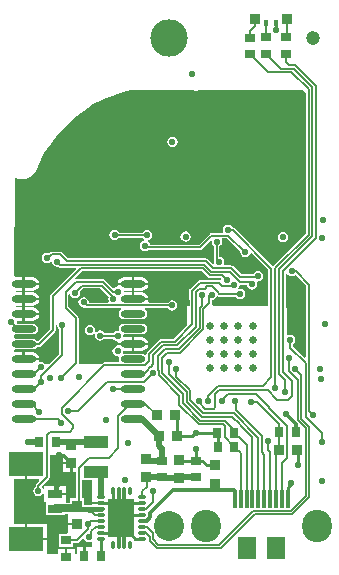
<source format=gbl>
%FSLAX25Y25*%
%MOIN*%
G70*
G01*
G75*
G04 Layer_Physical_Order=4*
G04 Layer_Color=16711680*
%ADD10O,0.02559X0.00984*%
%ADD11O,0.00984X0.02559*%
%ADD12R,0.13780X0.13780*%
%ADD13R,0.00984X0.02150*%
%ADD14R,0.02150X0.00984*%
%ADD15C,0.02953*%
%ADD16R,0.04331X0.05118*%
%ADD17R,0.03740X0.03543*%
%ADD18R,0.03543X0.03150*%
%ADD19R,0.03543X0.03740*%
%ADD20R,0.03150X0.03543*%
%ADD21O,0.02362X0.07284*%
%ADD22R,0.01378X0.03937*%
%ADD23O,0.03465X0.01102*%
%ADD24O,0.01102X0.03465*%
%ADD25R,0.20866X0.20866*%
%ADD26C,0.04700*%
%ADD27C,0.01000*%
%ADD28C,0.00600*%
%ADD29C,0.01640*%
%ADD30C,0.01200*%
%ADD31C,0.00800*%
%ADD32C,0.02000*%
%ADD33C,0.01100*%
%ADD34C,0.01500*%
%ADD35O,0.09843X0.10827*%
%ADD36C,0.12500*%
%ADD37C,0.10000*%
%ADD38C,0.02200*%
%ADD39C,0.02598*%
%ADD40C,0.05000*%
%ADD41C,0.09200*%
%ADD42C,0.06000*%
%ADD43C,0.14900*%
%ADD44C,0.12400*%
%ADD45C,0.03200*%
%ADD46C,0.04600*%
%ADD47R,0.03490X0.23475*%
%ADD48R,0.02800X0.02500*%
%ADD49R,0.02700X0.04700*%
%ADD50R,0.04600X0.05300*%
%ADD51R,0.05500X0.02400*%
%ADD52R,0.02400X0.05200*%
%ADD53R,0.05400X0.02500*%
%ADD54R,0.14173X0.14173*%
%ADD55C,0.09487*%
%ADD56C,0.03699*%
%ADD57C,0.05200*%
%ADD58R,0.05906X0.07480*%
%ADD59R,0.01181X0.06299*%
%ADD60O,0.01181X0.03150*%
%ADD61O,0.01181X0.04724*%
%ADD62O,0.03150X0.01181*%
%ADD63R,0.08661X0.12598*%
%ADD64O,0.08268X0.02362*%
%ADD65R,0.05118X0.03150*%
%ADD66R,0.11811X0.08268*%
%ADD67R,0.08268X0.03937*%
%ADD68R,0.03347X0.03543*%
%ADD69R,0.01772X0.01969*%
%ADD70C,0.02500*%
G36*
X19128Y33749D02*
X21900D01*
Y33349D01*
X22300D01*
Y30479D01*
X23654D01*
Y21621D01*
X21428D01*
Y20137D01*
X20105D01*
Y20137D01*
Y20386D01*
X20105Y20491D01*
X20105Y20491D01*
X20105D01*
Y22561D01*
X16546D01*
Y22961D01*
X16146D01*
Y25535D01*
X12987D01*
Y24908D01*
X12508Y24763D01*
X12199Y25226D01*
X12157Y25647D01*
X14468Y27958D01*
X14592Y28144D01*
X14667Y28256D01*
Y28256D01*
X14667Y28256D01*
X14695Y28397D01*
X14736Y28607D01*
Y36000D01*
X19128D01*
Y33749D01*
D02*
G37*
G36*
X78289Y103813D02*
X78267Y103700D01*
X78399Y103037D01*
X78774Y102474D01*
X79337Y102099D01*
X80000Y101967D01*
X80663Y102099D01*
X81226Y102474D01*
X81601Y103037D01*
X81625Y103154D01*
X82103Y103299D01*
X87682Y97720D01*
Y85763D01*
X69499D01*
X68848Y86198D01*
X68918Y86549D01*
X68918Y86549D01*
X68918Y86549D01*
Y86549D01*
Y87690D01*
X69463Y87799D01*
X70026Y88174D01*
X70401Y88737D01*
X70401Y88737D01*
Y88737D01*
X70651Y89051D01*
Y89051D01*
X70651Y89051D01*
X70949Y88852D01*
X71300Y88782D01*
X74287D01*
X74287Y88782D01*
X76869D01*
X77074Y88474D01*
X77637Y88099D01*
X78300Y87967D01*
X78963Y88099D01*
X79526Y88474D01*
X79901Y89037D01*
X80033Y89700D01*
X79901Y90363D01*
X79526Y90926D01*
X78963Y91301D01*
X78300Y91433D01*
X77939Y91361D01*
X77661Y91777D01*
X77901Y92137D01*
X77966Y92462D01*
X78300Y92685D01*
X80509D01*
X80599Y92237D01*
X80974Y91674D01*
X81537Y91299D01*
X82200Y91167D01*
X82863Y91299D01*
X83426Y91674D01*
X83801Y92237D01*
X83933Y92900D01*
X83810Y93520D01*
X84163Y93874D01*
X84200Y93867D01*
X84863Y93999D01*
X85426Y94374D01*
X85801Y94937D01*
X85933Y95600D01*
X85801Y96263D01*
X85426Y96826D01*
X84863Y97201D01*
X84200Y97333D01*
X83537Y97201D01*
X82974Y96826D01*
X82599Y96263D01*
X82590Y96218D01*
X78706D01*
X75974Y98949D01*
X75677Y99148D01*
X75326Y99218D01*
X73125D01*
X72901Y99637D01*
X73033Y100300D01*
X72901Y100963D01*
X72526Y101526D01*
X71963Y101901D01*
X71318Y102030D01*
Y105602D01*
X71726Y105874D01*
X72101Y106437D01*
X72233Y107100D01*
X72101Y107763D01*
X72325Y108182D01*
X73920D01*
X78289Y103813D01*
D02*
G37*
G36*
X94174Y96074D02*
X94737Y95699D01*
X95400Y95567D01*
X96063Y95699D01*
X96626Y96074D01*
X96719Y96083D01*
X100132Y92670D01*
Y68519D01*
X99670Y68328D01*
X95818Y72180D01*
Y72869D01*
X96126Y73074D01*
X96501Y73637D01*
X96633Y74300D01*
X96501Y74963D01*
X96126Y75526D01*
X95563Y75901D01*
X94900Y76033D01*
X94357Y75925D01*
X93971Y76243D01*
Y84773D01*
X93418Y85284D01*
Y96346D01*
X93896Y96491D01*
X94174Y96074D01*
D02*
G37*
G36*
X17299Y78837D02*
X17674Y78274D01*
X17982Y78069D01*
Y69680D01*
X14685Y66382D01*
X13188D01*
X13026Y66626D01*
X12463Y67001D01*
X11800Y67133D01*
X11508Y67075D01*
X11154Y67429D01*
X11188Y67600D01*
X6091D01*
Y68000D01*
X5691D01*
Y70224D01*
X3358D01*
X3004Y70578D01*
X3005Y71074D01*
X3139Y71184D01*
X9044D01*
X9739Y71322D01*
X10328Y71716D01*
X10573Y72082D01*
X11100D01*
X11451Y72152D01*
X11749Y72351D01*
X16436Y77038D01*
X16635Y77336D01*
X16705Y77687D01*
X16705Y77687D01*
X16705Y77687D01*
Y77687D01*
Y79271D01*
X17202Y79320D01*
X17299Y78837D01*
D02*
G37*
G36*
X67454Y95251D02*
X67454D01*
X67454Y95251D01*
X67454D01*
X67454Y95251D01*
Y95251D01*
X67454Y95251D01*
Y95251D01*
X67752Y95052D01*
X68103Y94982D01*
X71789D01*
X71946Y94790D01*
X71815Y94308D01*
X71651Y94248D01*
X71300Y94318D01*
X64775D01*
X64423Y94248D01*
X64126Y94049D01*
X61551Y91474D01*
X61352Y91177D01*
X61282Y90825D01*
Y88174D01*
X61352Y87823D01*
X61382Y87778D01*
Y85763D01*
X60663D01*
Y79261D01*
X56120Y74718D01*
X52003D01*
X51652Y74648D01*
X51354Y74449D01*
X47333Y70428D01*
X47135Y70131D01*
X47065Y69779D01*
Y69601D01*
X46624Y69365D01*
X46156Y69678D01*
X45461Y69816D01*
X39556D01*
X39395Y69784D01*
X39041Y70138D01*
X39133Y70600D01*
X39350Y70817D01*
X39556Y70776D01*
X42109D01*
Y72600D01*
X37331D01*
X37115Y72277D01*
X36737Y72201D01*
X36174Y71826D01*
X35799Y71263D01*
X35667Y70600D01*
X35799Y69937D01*
X36174Y69374D01*
X36737Y68999D01*
X37400Y68867D01*
X37492Y68885D01*
X37846Y68531D01*
X37740Y68000D01*
X37878Y67305D01*
X37896Y67277D01*
X37661Y66837D01*
X33019D01*
X32726Y66778D01*
X32668Y66767D01*
X32370Y66568D01*
X32185Y66382D01*
X24678D01*
X24418Y66700D01*
X24418D01*
X24418Y66700D01*
Y66700D01*
Y81616D01*
X24348Y81967D01*
X24149Y82265D01*
X21018Y85396D01*
Y89460D01*
X21419Y89758D01*
X21542Y89721D01*
X21599Y89437D01*
X21974Y88874D01*
X22537Y88499D01*
X23200Y88367D01*
X23863Y88499D01*
X24426Y88874D01*
X24801Y89437D01*
X24933Y90100D01*
X24861Y90463D01*
X25980Y91582D01*
X31695D01*
X34525Y88752D01*
X34399Y88563D01*
X34267Y87900D01*
X34399Y87237D01*
X34175Y86818D01*
X27901D01*
X27833Y86900D01*
X27701Y87563D01*
X27326Y88126D01*
X26763Y88501D01*
X26100Y88633D01*
X25437Y88501D01*
X24874Y88126D01*
X24499Y87563D01*
X24367Y86900D01*
X24499Y86237D01*
X24874Y85674D01*
X25437Y85299D01*
X26100Y85167D01*
X26468Y85240D01*
X26749Y85052D01*
X26807Y85041D01*
X27100Y84982D01*
X38456D01*
X38601Y84504D01*
X38272Y84284D01*
X37878Y83695D01*
X37740Y83000D01*
X37878Y82305D01*
X38272Y81716D01*
X38861Y81322D01*
X39556Y81184D01*
X45461D01*
X46156Y81322D01*
X46745Y81716D01*
X47139Y82305D01*
X47277Y83000D01*
X47139Y83695D01*
X46745Y84284D01*
X46417Y84504D01*
X46562Y84982D01*
X54169D01*
X54374Y84674D01*
X54937Y84299D01*
X55600Y84167D01*
X56263Y84299D01*
X56826Y84674D01*
X57201Y85237D01*
X57333Y85900D01*
X57201Y86563D01*
X56826Y87126D01*
X56263Y87501D01*
X55600Y87633D01*
X54937Y87501D01*
X54374Y87126D01*
X54169Y86818D01*
X47844D01*
X47527Y87204D01*
X47606Y87600D01*
X42509D01*
Y88000D01*
X42109D01*
Y90224D01*
X39556D01*
X39528Y90218D01*
X39383Y90490D01*
Y90510D01*
X39528Y90782D01*
X39556Y90776D01*
X42109D01*
Y92600D01*
X37412D01*
X37412Y92596D01*
X37135Y92181D01*
X36737Y92101D01*
X36174Y91726D01*
X35873Y91696D01*
X33221Y94349D01*
X32923Y94548D01*
X32572Y94618D01*
X23600D01*
X23465Y94591D01*
X23230Y95032D01*
X25480Y97282D01*
X65423D01*
X67454Y95251D01*
D02*
G37*
G36*
X100132Y156704D02*
Y109824D01*
X89351Y99043D01*
X88990Y99007D01*
X76449Y111549D01*
X76151Y111748D01*
X75800Y111818D01*
X75765D01*
X75426Y112326D01*
X74863Y112701D01*
X74200Y112833D01*
X73537Y112701D01*
X72974Y112326D01*
X72599Y111763D01*
X72467Y111100D01*
X72599Y110437D01*
X72375Y110018D01*
X68700D01*
X68407Y109959D01*
X68349Y109948D01*
X68051Y109749D01*
X64420Y106118D01*
X48150D01*
X48101Y106363D01*
X47726Y106926D01*
X47458Y107105D01*
X47555Y107595D01*
X47811Y107646D01*
X48373Y108022D01*
X48749Y108584D01*
X48880Y109247D01*
X48749Y109911D01*
X48373Y110473D01*
X47811Y110848D01*
X47147Y110980D01*
X46484Y110848D01*
X45922Y110473D01*
X45716Y110165D01*
X37933D01*
X37626Y110626D01*
X37063Y111001D01*
X36400Y111133D01*
X35737Y111001D01*
X35174Y110626D01*
X34799Y110063D01*
X34667Y109400D01*
X34799Y108737D01*
X35174Y108174D01*
X35737Y107799D01*
X36400Y107667D01*
X37063Y107799D01*
X37626Y108174D01*
X37729Y108329D01*
X45716D01*
X45922Y108022D01*
X46189Y107843D01*
X46092Y107352D01*
X45837Y107301D01*
X45274Y106926D01*
X44899Y106363D01*
X44767Y105700D01*
X44899Y105037D01*
X45274Y104474D01*
X45837Y104099D01*
X46500Y103967D01*
X47163Y104099D01*
X47438Y104282D01*
X64800D01*
X65151Y104352D01*
X65449Y104551D01*
X65449Y104551D01*
X65449Y104551D01*
X68349Y107451D01*
X68790Y107215D01*
X68767Y107100D01*
X68899Y106437D01*
X69274Y105874D01*
X69482Y105735D01*
Y100700D01*
X69552Y100349D01*
X69571Y100321D01*
X69567Y100300D01*
X69639Y99935D01*
X69198Y99699D01*
X67649Y101249D01*
X67351Y101448D01*
X67000Y101518D01*
X20880D01*
X18849Y103549D01*
X18551Y103748D01*
X18200Y103818D01*
X15400D01*
X15049Y103748D01*
X14751Y103549D01*
X14514Y103311D01*
X13900Y103433D01*
X13237Y103301D01*
X12674Y102926D01*
X12299Y102363D01*
X12167Y101700D01*
X12299Y101037D01*
X12674Y100474D01*
X13237Y100099D01*
X13900Y99967D01*
X14563Y100099D01*
X15057Y100428D01*
X15418Y100279D01*
X15525Y100208D01*
X15599Y99837D01*
X15974Y99274D01*
X16537Y98899D01*
X17200Y98767D01*
X17563Y98839D01*
X17651Y98751D01*
X17949Y98552D01*
X18300Y98482D01*
X23431D01*
X23623Y98020D01*
X15138Y89536D01*
X14940Y89238D01*
X14870Y88887D01*
Y78067D01*
X10911Y74108D01*
X10413Y74157D01*
X10328Y74284D01*
X9739Y74678D01*
X9044Y74816D01*
X3363D01*
X3009Y75170D01*
X3010Y76079D01*
X3139Y76184D01*
X9044D01*
X9739Y76322D01*
X10328Y76716D01*
X10722Y77305D01*
X10860Y78000D01*
X10722Y78695D01*
X10328Y79284D01*
X9739Y79678D01*
X9044Y79816D01*
X4031D01*
X3714Y80203D01*
X3733Y80300D01*
X3715Y80390D01*
X4033Y80776D01*
X5691D01*
Y83000D01*
Y85224D01*
X3374D01*
X3283Y85314D01*
X3475Y85776D01*
X5691D01*
Y88000D01*
Y90224D01*
X3379D01*
X3289Y90314D01*
X3480Y90776D01*
X5691D01*
Y93000D01*
Y95224D01*
X3384D01*
X3031Y95578D01*
X3065Y128200D01*
X3481Y128478D01*
X4240Y128164D01*
X5598Y127985D01*
X6955Y128164D01*
X8220Y128688D01*
X9306Y129521D01*
X10140Y130607D01*
X10404Y131244D01*
X10450Y131225D01*
X11210Y133061D01*
X13007Y136512D01*
X15097Y139794D01*
X17466Y142880D01*
X20095Y145749D01*
X22964Y148378D01*
X26050Y150747D01*
X29332Y152837D01*
X32783Y154634D01*
X36378Y156123D01*
X40089Y157293D01*
X41845Y157682D01*
X61421D01*
X62141Y157523D01*
X62143Y157534D01*
X63377Y157371D01*
X64734Y157550D01*
X65053Y157682D01*
X99073D01*
X100132Y156704D01*
D02*
G37*
G36*
X7300Y27866D02*
X11127D01*
X11319Y27404D01*
X10324Y26410D01*
X10200Y26224D01*
X10125Y26112D01*
Y26112D01*
X10125Y26112D01*
X10097Y25971D01*
X10056Y25761D01*
Y25431D01*
X9748Y25226D01*
X9372Y24663D01*
X9240Y24000D01*
X9372Y23337D01*
X9748Y22774D01*
X10310Y22399D01*
X10973Y22267D01*
X11637Y22399D01*
X12199Y22774D01*
X12508Y23237D01*
X12987Y23092D01*
Y20386D01*
X13215D01*
X13387Y20214D01*
X13387Y20032D01*
X13387Y20032D01*
X13387D01*
Y15865D01*
X19705D01*
Y16365D01*
X21028D01*
Y15919D01*
X21028D01*
Y13449D01*
X23800D01*
Y12649D01*
X21028D01*
Y10179D01*
D01*
Y10179D01*
X20680Y9831D01*
X17928D01*
Y5481D01*
X22672D01*
Y6738D01*
X23856D01*
X24207Y6808D01*
X24505Y7007D01*
X25713Y8216D01*
X26192Y8071D01*
X26199Y8037D01*
X26574Y7474D01*
X27137Y7099D01*
X27800Y6967D01*
X28463Y7099D01*
X28559Y7163D01*
X29000Y6927D01*
Y5272D01*
X28919D01*
Y5272D01*
X26744D01*
Y2500D01*
X25944D01*
Y5272D01*
X23769D01*
Y3000D01*
X23072D01*
Y4719D01*
X20700D01*
Y2144D01*
X19900D01*
Y4719D01*
X17528D01*
Y3000D01*
X13805D01*
Y7600D01*
X6900D01*
Y8000D01*
X6500D01*
Y13134D01*
X2994D01*
Y27866D01*
X6500D01*
Y33000D01*
X7300D01*
Y27866D01*
D02*
G37*
G36*
X29000Y20323D02*
X31802D01*
Y19523D01*
X29000D01*
Y19331D01*
X26172D01*
Y21621D01*
X25489D01*
Y27613D01*
X25566D01*
Y27613D01*
X29000D01*
Y20323D01*
D02*
G37*
%LPC*%
G36*
X45461Y79816D02*
X39556D01*
X38861Y79678D01*
X38272Y79284D01*
X37878Y78695D01*
X37740Y78000D01*
X37783Y77781D01*
X37430Y77427D01*
X37400Y77433D01*
X36737Y77301D01*
X36174Y76926D01*
X35969Y76618D01*
X33098D01*
X32826Y77026D01*
X32263Y77401D01*
X31600Y77533D01*
X30937Y77401D01*
X30374Y77026D01*
X30296Y76908D01*
X29834Y77099D01*
X29933Y77600D01*
X29801Y78263D01*
X29426Y78826D01*
X28863Y79201D01*
X28200Y79333D01*
X27537Y79201D01*
X26974Y78826D01*
X26599Y78263D01*
X26467Y77600D01*
X26599Y76937D01*
X26974Y76374D01*
X27537Y75999D01*
X28200Y75867D01*
X28863Y75999D01*
X29426Y76374D01*
X29504Y76492D01*
X29966Y76301D01*
X29867Y75800D01*
X29999Y75137D01*
X30374Y74574D01*
X30937Y74199D01*
X31600Y74067D01*
X32263Y74199D01*
X32826Y74574D01*
X32965Y74782D01*
X35969D01*
X36174Y74474D01*
X36737Y74099D01*
X37173Y74012D01*
X37451Y73596D01*
X37412Y73400D01*
X42109D01*
Y75224D01*
X39556D01*
X39459Y75204D01*
X39105Y75558D01*
X39133Y75700D01*
X39103Y75850D01*
X39457Y76204D01*
X39556Y76184D01*
X45461D01*
X46156Y76322D01*
X46745Y76716D01*
X47139Y77305D01*
X47277Y78000D01*
X47139Y78695D01*
X46745Y79284D01*
X46156Y79678D01*
X45461Y79816D01*
D02*
G37*
G36*
Y75224D02*
X42909D01*
Y73400D01*
X47606D01*
X47516Y73851D01*
X47034Y74572D01*
X46312Y75055D01*
X45461Y75224D01*
D02*
G37*
G36*
X47606Y72600D02*
X42909D01*
Y70776D01*
X45461D01*
X46312Y70945D01*
X47034Y71428D01*
X47516Y72149D01*
X47606Y72600D01*
D02*
G37*
G36*
X9044Y70224D02*
X6491D01*
Y68400D01*
X11188D01*
X11099Y68851D01*
X10617Y69573D01*
X9895Y70055D01*
X9044Y70224D01*
D02*
G37*
G36*
X13805Y13134D02*
X7300D01*
Y8400D01*
X13805D01*
Y13134D01*
D02*
G37*
G36*
X20105Y25535D02*
X16946D01*
Y23361D01*
X20105D01*
Y25535D01*
D02*
G37*
G36*
X21500Y32949D02*
X19128D01*
Y30479D01*
X21500D01*
Y32949D01*
D02*
G37*
G36*
X11188Y82600D02*
X6491D01*
Y80776D01*
X9044D01*
X9895Y80945D01*
X10617Y81428D01*
X11099Y82149D01*
X11188Y82600D01*
D02*
G37*
G36*
X45461Y95224D02*
X42909D01*
Y93400D01*
X47606D01*
X47516Y93851D01*
X47034Y94573D01*
X46312Y95055D01*
X45461Y95224D01*
D02*
G37*
G36*
X42109D02*
X39556D01*
X38705Y95055D01*
X37983Y94573D01*
X37501Y93851D01*
X37412Y93400D01*
X42109D01*
Y95224D01*
D02*
G37*
G36*
X9044D02*
X6491D01*
Y93400D01*
X11188D01*
X11099Y93851D01*
X10617Y94573D01*
X9895Y95055D01*
X9044Y95224D01*
D02*
G37*
G36*
X55700Y142133D02*
X55037Y142001D01*
X54474Y141626D01*
X54099Y141063D01*
X53967Y140400D01*
X54099Y139737D01*
X54474Y139174D01*
X55037Y138799D01*
X55700Y138667D01*
X56363Y138799D01*
X56926Y139174D01*
X57301Y139737D01*
X57433Y140400D01*
X57301Y141063D01*
X56926Y141626D01*
X56363Y142001D01*
X55700Y142133D01*
D02*
G37*
G36*
X60100Y110533D02*
X59437Y110401D01*
X58874Y110026D01*
X58499Y109463D01*
X58367Y108800D01*
X58499Y108137D01*
X58874Y107574D01*
X59437Y107199D01*
X60100Y107067D01*
X60763Y107199D01*
X61326Y107574D01*
X61701Y108137D01*
X61833Y108800D01*
X61701Y109463D01*
X61326Y110026D01*
X60763Y110401D01*
X60100Y110533D01*
D02*
G37*
G36*
X92500Y110333D02*
X91837Y110201D01*
X91274Y109826D01*
X90899Y109263D01*
X90767Y108600D01*
X90899Y107937D01*
X91274Y107374D01*
X91837Y106999D01*
X92500Y106867D01*
X93163Y106999D01*
X93726Y107374D01*
X94101Y107937D01*
X94233Y108600D01*
X94101Y109263D01*
X93726Y109826D01*
X93163Y110201D01*
X92500Y110333D01*
D02*
G37*
G36*
X9044Y90224D02*
X6491D01*
Y88400D01*
X11188D01*
X11099Y88851D01*
X10617Y89573D01*
X9895Y90055D01*
X9044Y90224D01*
D02*
G37*
G36*
X11188Y87600D02*
X6491D01*
Y85776D01*
X9044D01*
X9895Y85945D01*
X10617Y86427D01*
X11099Y87149D01*
X11188Y87600D01*
D02*
G37*
G36*
X9044Y85224D02*
X6491D01*
Y83400D01*
X11188D01*
X11099Y83851D01*
X10617Y84572D01*
X9895Y85054D01*
X9044Y85224D01*
D02*
G37*
G36*
X47606Y92600D02*
X42909D01*
Y90776D01*
X45461D01*
X46312Y90945D01*
X47034Y91427D01*
X47516Y92149D01*
X47606Y92600D01*
D02*
G37*
G36*
X11188D02*
X6491D01*
Y90776D01*
X9044D01*
X9895Y90945D01*
X10617Y91427D01*
X11099Y92149D01*
X11188Y92600D01*
D02*
G37*
G36*
X45461Y90224D02*
X42909D01*
Y88400D01*
X47606D01*
X47516Y88851D01*
X47034Y89573D01*
X46312Y90055D01*
X45461Y90224D01*
D02*
G37*
%LPD*%
D17*
X51149Y42500D02*
D03*
X57251D02*
D03*
X56551Y49200D02*
D03*
X50449D02*
D03*
X97351Y37800D02*
D03*
X91249D02*
D03*
D18*
X63400Y34056D02*
D03*
Y28544D02*
D03*
X20300Y7656D02*
D03*
Y2144D02*
D03*
X86800Y169744D02*
D03*
Y175256D02*
D03*
X52200Y28644D02*
D03*
Y34156D02*
D03*
X81600Y169644D02*
D03*
Y175156D02*
D03*
X93600Y169744D02*
D03*
Y175256D02*
D03*
D19*
X70000Y26449D02*
D03*
Y32551D02*
D03*
X57800Y28349D02*
D03*
Y34451D02*
D03*
X47000Y34651D02*
D03*
Y28549D02*
D03*
X23800Y19151D02*
D03*
Y13049D02*
D03*
X21900Y33349D02*
D03*
Y39451D02*
D03*
D20*
X70644Y43500D02*
D03*
X76156D02*
D03*
X70744Y38700D02*
D03*
X76256D02*
D03*
X16856Y40300D02*
D03*
X11344D02*
D03*
X96756Y43700D02*
D03*
X91244D02*
D03*
X31856Y2500D02*
D03*
X26344D02*
D03*
D26*
X102500Y175000D02*
D03*
D27*
X17800Y36100D02*
X19149D01*
X21900Y33349D01*
X57251Y42500D02*
Y48500D01*
X31802Y10080D02*
X36133D01*
X67100Y32600D02*
X69951D01*
X65644Y34056D02*
X67100Y32600D01*
X90173Y180008D02*
X90200Y177700D01*
X17300Y25814D02*
X21900Y30414D01*
X17300Y23715D02*
Y25814D01*
X16546Y22961D02*
X17300Y23715D01*
X62300Y42500D02*
X63300Y43500D01*
X57251Y42500D02*
X62300D01*
X63300Y43500D02*
X70644D01*
X21900Y30414D02*
Y33349D01*
X95200Y26400D02*
Y26800D01*
X94158Y25358D02*
X95200Y26400D01*
X94158Y21450D02*
Y25358D01*
X97351Y37800D02*
X97400Y37751D01*
Y32600D02*
Y37751D01*
X70744Y38700D02*
Y43400D01*
X63400Y34056D02*
X65644D01*
X57800Y34451D02*
X58195Y34056D01*
X63400D01*
X63400Y34056D02*
Y38100D01*
X31856Y2500D02*
Y8058D01*
X41123Y10277D02*
X43288Y8112D01*
X45582D01*
X41251Y19923D02*
X45582D01*
X31802D02*
X36133D01*
X35739Y20317D02*
Y23860D01*
X14961Y22961D02*
X16546D01*
X63300Y43500D02*
X63400Y43400D01*
X39676Y15986D02*
X45582D01*
D28*
X32075Y92500D02*
X36675Y87900D01*
X36000D02*
X36675D01*
X71000Y100300D02*
X71300D01*
X70500Y100800D02*
X71000Y100300D01*
X68700Y109100D02*
X74300D01*
X64800Y105200D02*
X68700Y109100D01*
X74300D02*
X79850Y103550D01*
X47000Y105200D02*
X64800D01*
X75326Y98300D02*
X78325Y95300D01*
X69300Y98300D02*
X75326D01*
X67000Y100600D02*
X69300Y98300D01*
X65803Y98200D02*
X68103Y95900D01*
X72300D02*
X73800Y94400D01*
X68103Y95900D02*
X72300D01*
X74828Y97100D02*
X78300Y93628D01*
X68600Y97100D02*
X74828D01*
X66300Y99400D02*
X68600Y97100D01*
X20500Y100600D02*
X67000D01*
X25100Y98200D02*
X65803D01*
X18300Y99400D02*
X66300D01*
X81497Y93603D02*
X82200Y92900D01*
X78300Y93603D02*
X81497D01*
X78325Y95300D02*
X84200D01*
Y95600D01*
X72300Y92400D02*
X76187D01*
X71300Y93400D02*
X72300Y92400D01*
X78300Y93603D02*
Y93628D01*
X74287Y89700D02*
X78300D01*
X100100Y48652D02*
Y66600D01*
X94900Y71800D02*
X100100Y66600D01*
X94900Y71800D02*
Y74300D01*
X92500Y63600D02*
X95500Y60600D01*
Y55513D02*
Y60600D01*
X94287Y54300D02*
X95500Y55513D01*
X27800Y8700D02*
X28500D01*
X28600Y8600D01*
X27500Y13200D02*
X28317Y14017D01*
X27500Y11300D02*
Y13200D01*
X23856Y7656D02*
X27500Y11300D01*
X28317Y14017D02*
X31802D01*
X21700Y7656D02*
X23856D01*
X28600Y10613D02*
X30036Y12049D01*
X28600Y8600D02*
Y10613D01*
X2000Y80300D02*
X4300Y78000D01*
X6091D01*
X33019Y65919D02*
X46519D01*
X18800Y51700D02*
X33019Y65919D01*
X18800Y49700D02*
Y51700D01*
X22600Y44913D02*
Y45900D01*
X18800Y49700D02*
X22600Y45900D01*
X52300Y68500D02*
X53900Y70100D01*
X52300Y63263D02*
Y68500D01*
Y63263D02*
X59200Y56363D01*
X48413Y65294D02*
X49300Y66181D01*
X48272Y65294D02*
X48413D01*
X47100Y64123D02*
X48272Y65294D01*
X47100Y63981D02*
Y64123D01*
X46119Y63000D02*
X47100Y63981D01*
X50800Y64423D02*
Y69100D01*
Y64423D02*
X51100Y64123D01*
Y62600D02*
Y64123D01*
Y62600D02*
X58000Y55700D01*
X50800Y69100D02*
X53100Y71400D01*
X49300Y69400D02*
X52500Y72600D01*
X49300Y66181D02*
Y69400D01*
X47982Y69779D02*
X52003Y73800D01*
X47982Y67382D02*
Y69779D01*
X46519Y65919D02*
X47982Y67382D01*
X58194Y70100D02*
X66014Y77920D01*
X53900Y70100D02*
X58194D01*
X52500Y72600D02*
X57300D01*
X52003Y73800D02*
X56500D01*
X62300Y79600D01*
X57300Y72600D02*
X63500Y78800D01*
X57797Y71400D02*
X64814Y78417D01*
X53100Y71400D02*
X57797D01*
X70000Y56300D02*
X71300Y57600D01*
X70000Y52100D02*
Y56300D01*
X69400Y51500D02*
X70000Y52100D01*
X67600Y55800D02*
X70900Y59100D01*
X67600Y54100D02*
Y55800D01*
X64500Y53600D02*
Y54100D01*
X66600Y51500D02*
X69400D01*
X64500Y53600D02*
X66600Y51500D01*
X61600Y54172D02*
X65872Y49900D01*
X60400Y53675D02*
X65374Y48700D01*
X59200Y53177D02*
X65006Y47372D01*
X58000Y52680D02*
X64509Y46172D01*
X72592D01*
X58000Y52680D02*
Y55700D01*
X65006Y47372D02*
X73089D01*
X59200Y53177D02*
Y56363D01*
X65374Y48700D02*
X75575D01*
X60400Y53675D02*
Y56900D01*
X65872Y49900D02*
X76072D01*
X61600Y54172D02*
Y57514D01*
X57000Y62114D02*
X61600Y57514D01*
X83400Y56200D02*
X87763Y51837D01*
X74100Y56200D02*
X83400D01*
X72300Y54400D02*
X74100Y56200D01*
X87400Y57600D02*
X90700Y54300D01*
X71300Y57600D02*
X87400D01*
X85800Y59100D02*
X88600Y61900D01*
X70900Y59100D02*
X85800D01*
X54400Y62900D02*
X60400Y56900D01*
X73119Y41837D02*
X76256Y38700D01*
X73119Y41837D02*
Y45644D01*
X72592Y46172D02*
X73119Y45644D01*
X46649Y53000D02*
X50449Y49200D01*
X88253Y21450D02*
Y36947D01*
X87600Y37600D02*
X88253Y36947D01*
X87600Y37600D02*
Y40800D01*
X86284Y21450D02*
Y36116D01*
X85516Y36884D02*
X86284Y36116D01*
X85516Y36884D02*
Y42384D01*
X68000Y89500D02*
X68800D01*
X68000Y86549D02*
Y89500D01*
X64775Y93400D02*
X71300D01*
X68800Y89400D02*
Y89500D01*
X68828Y92200D02*
X70800Y90228D01*
X67213Y92200D02*
X68828D01*
X62200Y90825D02*
X64775Y93400D01*
X62200Y88174D02*
Y90825D01*
Y88174D02*
X62300Y88074D01*
Y79600D02*
Y88074D01*
X66328Y91400D02*
X66413D01*
X66228Y91500D02*
X66328Y91400D01*
X64572Y91500D02*
X66228D01*
X63400Y90328D02*
X64572Y91500D01*
X63400Y88672D02*
Y90328D01*
Y88672D02*
X63500Y88572D01*
Y78800D02*
Y88572D01*
X70800Y90200D02*
X71300Y89700D01*
X70800Y90200D02*
Y90228D01*
X66413Y91400D02*
X67213Y92200D01*
X74200Y111100D02*
X74400Y110900D01*
X30036Y12049D02*
X31802D01*
X49257Y7840D02*
Y9943D01*
X47151Y12049D02*
X49257Y9943D01*
X87763Y51800D02*
Y51837D01*
X81600Y175156D02*
Y177300D01*
X83284Y178983D01*
Y181386D01*
X86800Y175256D02*
X86827Y175283D01*
Y180008D01*
X93600Y175256D02*
X93717Y175373D01*
Y181386D01*
X90700Y54300D02*
X94287D01*
X87763Y51800D02*
X94019Y45544D01*
X90000Y58300D02*
Y98394D01*
X91300Y63103D02*
Y97997D01*
Y63103D02*
X93300Y61103D01*
Y56900D02*
Y61103D01*
X92500Y63600D02*
Y97500D01*
X94500Y63900D02*
Y68300D01*
X57000Y62114D02*
Y64800D01*
X54400Y62900D02*
Y67000D01*
X13819Y28607D02*
Y42681D01*
X21000Y50600D02*
X24100D01*
X76800Y51100D02*
X85516Y42384D01*
X95619Y16201D02*
X101321Y21903D01*
X100100Y39966D02*
X100121Y39944D01*
X95122Y17401D02*
X100121Y22400D01*
X80379Y21450D02*
Y39196D01*
X78731Y40844D02*
X80379Y39196D01*
X75575Y48700D02*
X78103Y46172D01*
X76072Y49900D02*
X84316Y41657D01*
X82347Y21450D02*
Y41928D01*
X78631Y45644D02*
X82347Y41928D01*
X84316Y21450D02*
Y41657D01*
X82000Y53700D02*
X84000D01*
X91244Y46456D01*
X35772Y90500D02*
X37400D01*
X32572Y93700D02*
X35772Y90500D01*
X18900Y69300D02*
Y79500D01*
X27100Y85900D02*
X55600D01*
X46500Y105700D02*
X47000Y105200D01*
X74400Y110900D02*
X75800D01*
X31600Y75800D02*
X31700Y75700D01*
X37400D01*
X76800Y51100D02*
Y53900D01*
X72300Y54000D02*
Y54400D01*
X28273Y17527D02*
X29814Y15986D01*
X31802D01*
X22000Y18251D02*
X22297Y17954D01*
X10973Y25761D02*
X13819Y28607D01*
X10973Y24000D02*
Y25761D01*
X78300Y89700D02*
X78400Y89800D01*
X70400Y100700D02*
Y107000D01*
X70500Y107100D01*
X73089Y47372D02*
X76156Y44305D01*
X100100Y48652D02*
X102721Y46031D01*
X36447Y109247D02*
X47147D01*
X94019Y35128D02*
Y45544D01*
X100121Y22400D02*
Y39944D01*
X92190Y33299D02*
X94019Y35128D01*
X90221Y21450D02*
Y36772D01*
X78103Y46172D02*
X78631Y45644D01*
X76156Y43500D02*
Y44305D01*
Y43419D02*
Y43500D01*
Y43419D02*
X78731Y40844D01*
X36000Y58000D02*
X42509D01*
X91244Y43700D02*
Y46456D01*
X92190Y21450D02*
Y33299D01*
X91244Y37805D02*
Y43700D01*
X42509Y53000D02*
X46649D01*
X41613D02*
X42509D01*
X37475Y48862D02*
X41613Y53000D01*
X90221Y36772D02*
X91244Y37795D01*
X76256Y38700D02*
X78410Y36546D01*
Y21450D02*
Y36546D01*
X8800Y53000D02*
X11300Y50500D01*
X6091Y53000D02*
X8800D01*
X18250Y62050D02*
X18850D01*
X23500Y66700D01*
Y81616D01*
X102721Y46031D02*
X105400Y43352D01*
Y40300D02*
Y43352D01*
X100100Y39966D02*
Y44975D01*
X101321Y21903D02*
Y45451D01*
X98700Y48072D02*
X101321Y45451D01*
X88600Y61900D02*
Y98100D01*
X75800Y110900D02*
X88600Y98100D01*
X95400Y97300D02*
X96800D01*
X26100Y86900D02*
X27100Y85900D01*
X23200Y90100D02*
X25600Y92500D01*
X32075D01*
X20100Y85016D02*
X23500Y81616D01*
X20100Y85016D02*
Y90213D01*
X23600Y93700D02*
X32572D01*
X20107Y90206D02*
X23600Y93700D01*
X20100Y90213D02*
X20107Y90206D01*
X17242Y100458D02*
Y100542D01*
Y100458D02*
X18300Y99400D01*
X15400Y102900D02*
X18200D01*
X20500Y100600D01*
X15787Y77687D02*
Y88887D01*
X11100Y73000D02*
X15787Y77687D01*
X6091Y73000D02*
X11100D01*
X45582Y9818D02*
Y10080D01*
Y9818D02*
X45964Y10200D01*
X46586D01*
X11900Y60400D02*
Y62300D01*
X18900Y69300D01*
X9500Y58000D02*
X11900Y60400D01*
X6091Y58000D02*
X9500D01*
X6091Y63000D02*
X9400D01*
X11800Y65400D01*
X83201Y16201D02*
X95619D01*
X82501Y17401D02*
X95122D01*
X71300Y89700D02*
X74287D01*
X13900Y101400D02*
X15400Y102900D01*
X22000Y18251D02*
X24572Y20823D01*
Y31829D01*
X27843Y35100D01*
X34400D01*
X37475Y38175D01*
Y48862D01*
X45582Y21891D02*
Y23982D01*
X47095Y25495D01*
Y28644D01*
X46586Y10200D02*
X48057Y8729D01*
Y7343D02*
Y8729D01*
X24100Y50600D02*
X33900Y60400D01*
X46200D01*
X49100Y63300D01*
Y63294D02*
Y63300D01*
X13819Y42681D02*
X14938Y43800D01*
X21487D01*
X22600Y44913D01*
X70400Y100700D02*
X70500Y100800D01*
Y100800D01*
X15787Y88887D02*
X25100Y98200D01*
X66014Y77920D02*
Y84563D01*
X68000Y86549D01*
X64814Y78417D02*
Y85114D01*
X65400Y85700D01*
Y89500D01*
X6191Y47900D02*
X17400D01*
X18700Y46600D01*
X97500Y47575D02*
X100100Y44975D01*
X97500Y47575D02*
Y60900D01*
X94500Y63900D02*
X97500Y60900D01*
X98700Y48072D02*
Y62600D01*
X96600Y64700D02*
X98700Y62600D01*
X101300Y50600D02*
X102500Y49400D01*
X101300Y50600D02*
Y92800D01*
X96800Y97300D02*
X101300Y92800D01*
X49100Y24100D02*
X49200Y24000D01*
X45582Y17954D02*
X46754D01*
X49200Y20400D01*
Y24000D01*
X50518Y4882D02*
X71882D01*
X49257Y7840D02*
X51015Y6082D01*
X71182D01*
X82501Y17401D01*
X48057Y7343D02*
X50518Y4882D01*
X71882D02*
X83201Y16201D01*
X42509Y63000D02*
X46119D01*
X90000Y98394D02*
X101100Y109494D01*
X91300Y97997D02*
X102300Y108997D01*
X92500Y97500D02*
X103500Y108500D01*
X95700Y163500D02*
X101100Y158100D01*
X86800Y169744D02*
X91744Y164800D01*
X93600Y166900D02*
Y169744D01*
Y166900D02*
X94500Y166000D01*
X96594D01*
X91744Y164800D02*
X96097D01*
X102300Y158597D01*
X96594Y166000D02*
X103500Y159094D01*
X81600Y169644D02*
X87644Y163600D01*
X95600D01*
X45582Y12049D02*
X47151D01*
X101100Y109494D02*
Y158100D01*
X102300Y108997D02*
Y158597D01*
X103500Y108500D02*
Y159094D01*
D30*
X73692Y24200D02*
X76300D01*
X55765D02*
X73692D01*
X48357Y16792D02*
X55765Y24200D01*
X70000D02*
Y27049D01*
X48357Y15244D02*
Y16792D01*
X47130Y14017D02*
X48357Y15244D01*
X45582Y14017D02*
X47130D01*
X93400Y49554D02*
Y49800D01*
Y49554D02*
X96756Y46198D01*
Y43700D02*
Y46198D01*
D32*
X7700Y40300D02*
X10365D01*
X51149Y38851D02*
X52100Y37900D01*
X51149Y38851D02*
Y42500D01*
X45649Y48000D02*
X51149Y42500D01*
X57995Y28544D02*
X63400D01*
X52495Y28349D02*
X57800D01*
X47095Y28644D02*
X52200D01*
X47000Y34651D02*
X47495Y34156D01*
X52200D01*
X52100Y34256D02*
X52200Y34156D01*
X52100Y34256D02*
Y37900D01*
X17900Y40418D02*
X30300D01*
X31802Y22800D02*
Y28680D01*
D34*
X22297Y17954D02*
X31802D01*
D35*
X103804Y12395D02*
D03*
X66796D02*
D03*
D36*
X54700Y175100D02*
D03*
D37*
Y12300D02*
D03*
D38*
X18986Y113976D02*
D03*
X21486D02*
D03*
X85236Y111476D02*
D03*
X92300Y115400D02*
D03*
X58986Y143976D02*
D03*
X105236Y61476D02*
D03*
X90236Y141476D02*
D03*
Y136476D02*
D03*
X88986Y143976D02*
D03*
Y138976D02*
D03*
Y133976D02*
D03*
X87736Y131476D02*
D03*
X88986Y128976D02*
D03*
X87736Y126476D02*
D03*
X86486Y143976D02*
D03*
Y123976D02*
D03*
X85236Y116476D02*
D03*
X83986Y143976D02*
D03*
Y123976D02*
D03*
X82736Y121476D02*
D03*
X83986Y118976D02*
D03*
Y113976D02*
D03*
Y108976D02*
D03*
Y98976D02*
D03*
X81486Y143976D02*
D03*
Y123976D02*
D03*
X80236Y121476D02*
D03*
X78986Y143976D02*
D03*
Y123976D02*
D03*
X76486Y143976D02*
D03*
X73986D02*
D03*
X72736Y136476D02*
D03*
X73986Y113976D02*
D03*
X71486Y143976D02*
D03*
X67736Y146476D02*
D03*
X68986Y143976D02*
D03*
X66486D02*
D03*
X63986D02*
D03*
X61486Y148976D02*
D03*
Y143976D02*
D03*
Y113976D02*
D03*
X58986Y148976D02*
D03*
Y113976D02*
D03*
Y93976D02*
D03*
X56486Y148976D02*
D03*
X53986D02*
D03*
Y93976D02*
D03*
X51486Y148976D02*
D03*
X50236Y81476D02*
D03*
X48986Y148976D02*
D03*
Y93976D02*
D03*
X46486Y148976D02*
D03*
X43986D02*
D03*
X42736Y106476D02*
D03*
X43986Y103976D02*
D03*
X40236Y146476D02*
D03*
X37736D02*
D03*
X38986Y103976D02*
D03*
X35236Y131476D02*
D03*
X36486Y113976D02*
D03*
X33986Y143976D02*
D03*
X32736Y131476D02*
D03*
X33986Y113976D02*
D03*
X31486Y143976D02*
D03*
X30236Y141476D02*
D03*
Y131476D02*
D03*
X31486Y113976D02*
D03*
X27736Y131476D02*
D03*
X28986Y113976D02*
D03*
X26486Y138976D02*
D03*
X25236Y136476D02*
D03*
Y131476D02*
D03*
X26486Y113976D02*
D03*
X22736Y131476D02*
D03*
X23986Y113976D02*
D03*
X21486Y133976D02*
D03*
X20236Y131476D02*
D03*
Y96476D02*
D03*
X17736Y116476D02*
D03*
X16486Y123976D02*
D03*
X15236Y116476D02*
D03*
X16486Y93976D02*
D03*
X15236Y11476D02*
D03*
Y6476D02*
D03*
X13986Y123976D02*
D03*
X12736Y116476D02*
D03*
X11486Y123976D02*
D03*
X10236Y116476D02*
D03*
X8986Y123976D02*
D03*
X7736Y116476D02*
D03*
X8986Y113976D02*
D03*
X7736Y111476D02*
D03*
X6486Y123976D02*
D03*
Y108976D02*
D03*
X5236Y101476D02*
D03*
X90200Y177700D02*
D03*
X36000Y87900D02*
D03*
X71300Y100300D02*
D03*
X82200Y92900D02*
D03*
X84200Y95600D02*
D03*
X76300Y92800D02*
D03*
X27800Y8700D02*
D03*
X27500Y13000D02*
D03*
X17800Y36100D02*
D03*
X2000Y80300D02*
D03*
X67600Y54100D02*
D03*
X64500D02*
D03*
X72300Y54000D02*
D03*
X87600Y40800D02*
D03*
X40900Y40100D02*
D03*
X68800Y89400D02*
D03*
X74200Y111100D02*
D03*
X78300Y89700D02*
D03*
X70500Y107100D02*
D03*
X105000Y64800D02*
D03*
X24700Y62000D02*
D03*
X96900Y78900D02*
D03*
X93300Y56900D02*
D03*
X90000Y58300D02*
D03*
X63400Y43400D02*
D03*
X62200Y162900D02*
D03*
X102500Y49400D02*
D03*
X93400Y49800D02*
D03*
X40000Y27600D02*
D03*
X55700Y140400D02*
D03*
X11800Y65400D02*
D03*
X92500Y108600D02*
D03*
X64800Y130700D02*
D03*
X75300Y102200D02*
D03*
X95200Y26800D02*
D03*
X97400Y32600D02*
D03*
X63400Y38100D02*
D03*
X7900Y20900D02*
D03*
X14900Y61700D02*
D03*
X28200Y77600D02*
D03*
X51300Y88400D02*
D03*
X18900Y79500D02*
D03*
X11900Y60400D02*
D03*
X23200Y90100D02*
D03*
X26100Y86900D02*
D03*
X55600Y85900D02*
D03*
X17200Y100500D02*
D03*
X13900Y101700D02*
D03*
X46500Y105700D02*
D03*
X80000Y103700D02*
D03*
X31600Y75800D02*
D03*
X49100Y63294D02*
D03*
X82000Y53700D02*
D03*
X76700Y53900D02*
D03*
X54400Y67000D02*
D03*
X10973Y24000D02*
D03*
X35900Y57900D02*
D03*
X18500Y61800D02*
D03*
X37400Y90500D02*
D03*
X37400Y75700D02*
D03*
X21000Y50600D02*
D03*
X7700Y40500D02*
D03*
X94900Y74300D02*
D03*
X47147Y109247D02*
D03*
X95400Y97300D02*
D03*
X96600Y64700D02*
D03*
X94500Y68300D02*
D03*
X28273Y17527D02*
D03*
X57000Y64800D02*
D03*
X52100Y37900D02*
D03*
X60100Y108800D02*
D03*
X12100Y70900D02*
D03*
X105400Y40300D02*
D03*
X106500Y79800D02*
D03*
X94600Y86700D02*
D03*
X33600Y47800D02*
D03*
X65400Y89500D02*
D03*
X11300Y50500D02*
D03*
X105600Y27372D02*
D03*
X37400Y70600D02*
D03*
X73800Y94400D02*
D03*
X18700Y46600D02*
D03*
X49100Y24100D02*
D03*
X36400Y109400D02*
D03*
X105800Y114200D02*
D03*
X105600Y108300D02*
D03*
D39*
X45376Y128124D02*
D03*
X50100D02*
D03*
X54824D02*
D03*
X45376Y123400D02*
D03*
X50100D02*
D03*
X54824D02*
D03*
X45376Y118676D02*
D03*
X50100D02*
D03*
X54824D02*
D03*
X36330Y19726D02*
D03*
Y15002D02*
D03*
Y10277D02*
D03*
X41054Y19726D02*
D03*
Y15002D02*
D03*
Y10277D02*
D03*
X82387Y64913D02*
D03*
X77662D02*
D03*
X72938D02*
D03*
X68213D02*
D03*
X82387Y69638D02*
D03*
X77662D02*
D03*
X72938D02*
D03*
X68213D02*
D03*
X82387Y74362D02*
D03*
X77662D02*
D03*
X72938D02*
D03*
X68213D02*
D03*
X82387Y79087D02*
D03*
X77662D02*
D03*
X72938D02*
D03*
X68213D02*
D03*
D40*
X6900Y8000D02*
D03*
X80300Y5500D02*
D03*
X90200Y5400D02*
D03*
D58*
X90221Y5112D02*
D03*
X80379D02*
D03*
D59*
X76442Y21450D02*
D03*
X78410D02*
D03*
X80379D02*
D03*
X82347D02*
D03*
X84316D02*
D03*
X86284D02*
D03*
X88253D02*
D03*
X90221D02*
D03*
X92190D02*
D03*
X94158D02*
D03*
D60*
X35739Y23860D02*
D03*
X41645D02*
D03*
Y6143D02*
D03*
X35739D02*
D03*
D61*
X37708Y23072D02*
D03*
X39676D02*
D03*
Y6931D02*
D03*
X37708D02*
D03*
D62*
X45582Y21891D02*
D03*
Y19923D02*
D03*
Y17954D02*
D03*
Y15986D02*
D03*
Y14017D02*
D03*
Y12049D02*
D03*
Y10080D02*
D03*
Y8112D02*
D03*
X31802D02*
D03*
Y10080D02*
D03*
Y12049D02*
D03*
Y14017D02*
D03*
Y15986D02*
D03*
Y17954D02*
D03*
Y19923D02*
D03*
Y21891D02*
D03*
D63*
X38692Y15002D02*
D03*
D64*
X6091Y48000D02*
D03*
Y53000D02*
D03*
Y58000D02*
D03*
Y63000D02*
D03*
Y68000D02*
D03*
Y73000D02*
D03*
Y78000D02*
D03*
Y83000D02*
D03*
Y88000D02*
D03*
Y93000D02*
D03*
X42509Y48000D02*
D03*
Y53000D02*
D03*
Y58000D02*
D03*
Y63000D02*
D03*
Y68000D02*
D03*
Y73000D02*
D03*
Y78000D02*
D03*
Y83000D02*
D03*
Y88000D02*
D03*
Y93000D02*
D03*
D65*
X16546Y18039D02*
D03*
Y22961D02*
D03*
D66*
X6900Y33000D02*
D03*
Y8000D02*
D03*
D67*
X30300Y40418D02*
D03*
Y30182D02*
D03*
D68*
X93717Y181386D02*
D03*
X83284D02*
D03*
D69*
X90173Y180008D02*
D03*
X86827D02*
D03*
D70*
X16546Y18039D02*
X16757Y18251D01*
X22000D01*
M02*

</source>
